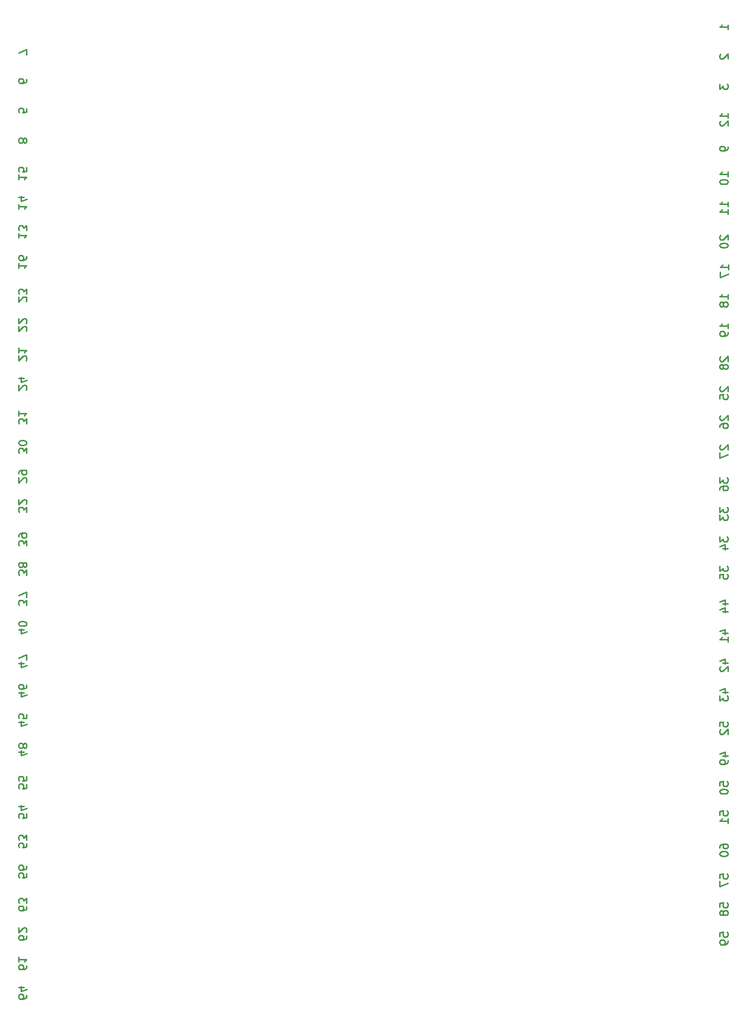
<source format=gbo>
G04 #@! TF.GenerationSoftware,KiCad,Pcbnew,5.1.5-52549c5~84~ubuntu18.04.1*
G04 #@! TF.CreationDate,2020-01-16T14:26:57+02:00*
G04 #@! TF.ProjectId,Hc595_Solenoid_Driver,48633539-355f-4536-9f6c-656e6f69645f,rev?*
G04 #@! TF.SameCoordinates,Original*
G04 #@! TF.FileFunction,Legend,Bot*
G04 #@! TF.FilePolarity,Positive*
%FSLAX46Y46*%
G04 Gerber Fmt 4.6, Leading zero omitted, Abs format (unit mm)*
G04 Created by KiCad (PCBNEW 5.1.5-52549c5~84~ubuntu18.04.1) date 2020-01-16 14:26:57*
%MOMM*%
%LPD*%
G04 APERTURE LIST*
%ADD10C,0.250000*%
G04 APERTURE END LIST*
D10*
X123333333Y-51900000D02*
X123333333Y-51100000D01*
X123333333Y-51500000D02*
X121933333Y-51500000D01*
X122133333Y-51366666D01*
X122266666Y-51233333D01*
X122333333Y-51100000D01*
X122066666Y-56200000D02*
X122000000Y-56266666D01*
X121933333Y-56400000D01*
X121933333Y-56733333D01*
X122000000Y-56866666D01*
X122066666Y-56933333D01*
X122200000Y-57000000D01*
X122333333Y-57000000D01*
X122533333Y-56933333D01*
X123333333Y-56133333D01*
X123333333Y-57000000D01*
X121933333Y-61333333D02*
X121933333Y-62200000D01*
X122466666Y-61733333D01*
X122466666Y-61933333D01*
X122533333Y-62066666D01*
X122600000Y-62133333D01*
X122733333Y-62200000D01*
X123066666Y-62200000D01*
X123200000Y-62133333D01*
X123266666Y-62066666D01*
X123333333Y-61933333D01*
X123333333Y-61533333D01*
X123266666Y-61400000D01*
X123200000Y-61333333D01*
X123333333Y-67233333D02*
X123333333Y-66433333D01*
X123333333Y-66833333D02*
X121933333Y-66833333D01*
X122133333Y-66700000D01*
X122266666Y-66566666D01*
X122333333Y-66433333D01*
X122066666Y-67766666D02*
X122000000Y-67833333D01*
X121933333Y-67966666D01*
X121933333Y-68300000D01*
X122000000Y-68433333D01*
X122066666Y-68500000D01*
X122200000Y-68566666D01*
X122333333Y-68566666D01*
X122533333Y-68500000D01*
X123333333Y-67700000D01*
X123333333Y-68566666D01*
X123333333Y-72233333D02*
X123333333Y-72500000D01*
X123266666Y-72633333D01*
X123200000Y-72700000D01*
X123000000Y-72833333D01*
X122733333Y-72900000D01*
X122200000Y-72900000D01*
X122066666Y-72833333D01*
X122000000Y-72766666D01*
X121933333Y-72633333D01*
X121933333Y-72366666D01*
X122000000Y-72233333D01*
X122066666Y-72166666D01*
X122200000Y-72100000D01*
X122533333Y-72100000D01*
X122666666Y-72166666D01*
X122733333Y-72233333D01*
X122800000Y-72366666D01*
X122800000Y-72633333D01*
X122733333Y-72766666D01*
X122666666Y-72833333D01*
X122533333Y-72900000D01*
X123333333Y-77333333D02*
X123333333Y-76533333D01*
X123333333Y-76933333D02*
X121933333Y-76933333D01*
X122133333Y-76800000D01*
X122266666Y-76666666D01*
X122333333Y-76533333D01*
X121933333Y-78200000D02*
X121933333Y-78333333D01*
X122000000Y-78466666D01*
X122066666Y-78533333D01*
X122200000Y-78600000D01*
X122466666Y-78666666D01*
X122800000Y-78666666D01*
X123066666Y-78600000D01*
X123200000Y-78533333D01*
X123266666Y-78466666D01*
X123333333Y-78333333D01*
X123333333Y-78200000D01*
X123266666Y-78066666D01*
X123200000Y-78000000D01*
X123066666Y-77933333D01*
X122800000Y-77866666D01*
X122466666Y-77866666D01*
X122200000Y-77933333D01*
X122066666Y-78000000D01*
X122000000Y-78066666D01*
X121933333Y-78200000D01*
X123333333Y-82533333D02*
X123333333Y-81733333D01*
X123333333Y-82133333D02*
X121933333Y-82133333D01*
X122133333Y-82000000D01*
X122266666Y-81866666D01*
X122333333Y-81733333D01*
X123333333Y-83866666D02*
X123333333Y-83066666D01*
X123333333Y-83466666D02*
X121933333Y-83466666D01*
X122133333Y-83333333D01*
X122266666Y-83200000D01*
X122333333Y-83066666D01*
X122066666Y-87533333D02*
X122000000Y-87600000D01*
X121933333Y-87733333D01*
X121933333Y-88066666D01*
X122000000Y-88200000D01*
X122066666Y-88266666D01*
X122200000Y-88333333D01*
X122333333Y-88333333D01*
X122533333Y-88266666D01*
X123333333Y-87466666D01*
X123333333Y-88333333D01*
X121933333Y-89200000D02*
X121933333Y-89333333D01*
X122000000Y-89466666D01*
X122066666Y-89533333D01*
X122200000Y-89600000D01*
X122466666Y-89666666D01*
X122800000Y-89666666D01*
X123066666Y-89600000D01*
X123200000Y-89533333D01*
X123266666Y-89466666D01*
X123333333Y-89333333D01*
X123333333Y-89200000D01*
X123266666Y-89066666D01*
X123200000Y-89000000D01*
X123066666Y-88933333D01*
X122800000Y-88866666D01*
X122466666Y-88866666D01*
X122200000Y-88933333D01*
X122066666Y-89000000D01*
X122000000Y-89066666D01*
X121933333Y-89200000D01*
X123433333Y-93433333D02*
X123433333Y-92633333D01*
X123433333Y-93033333D02*
X122033333Y-93033333D01*
X122233333Y-92900000D01*
X122366666Y-92766666D01*
X122433333Y-92633333D01*
X122033333Y-93900000D02*
X122033333Y-94833333D01*
X123433333Y-94233333D01*
X123333333Y-98533333D02*
X123333333Y-97733333D01*
X123333333Y-98133333D02*
X121933333Y-98133333D01*
X122133333Y-98000000D01*
X122266666Y-97866666D01*
X122333333Y-97733333D01*
X122533333Y-99333333D02*
X122466666Y-99200000D01*
X122400000Y-99133333D01*
X122266666Y-99066666D01*
X122200000Y-99066666D01*
X122066666Y-99133333D01*
X122000000Y-99200000D01*
X121933333Y-99333333D01*
X121933333Y-99600000D01*
X122000000Y-99733333D01*
X122066666Y-99800000D01*
X122200000Y-99866666D01*
X122266666Y-99866666D01*
X122400000Y-99800000D01*
X122466666Y-99733333D01*
X122533333Y-99600000D01*
X122533333Y-99333333D01*
X122600000Y-99200000D01*
X122666666Y-99133333D01*
X122800000Y-99066666D01*
X123066666Y-99066666D01*
X123200000Y-99133333D01*
X123266666Y-99200000D01*
X123333333Y-99333333D01*
X123333333Y-99600000D01*
X123266666Y-99733333D01*
X123200000Y-99800000D01*
X123066666Y-99866666D01*
X122800000Y-99866666D01*
X122666666Y-99800000D01*
X122600000Y-99733333D01*
X122533333Y-99600000D01*
X123333333Y-103633333D02*
X123333333Y-102833333D01*
X123333333Y-103233333D02*
X121933333Y-103233333D01*
X122133333Y-103100000D01*
X122266666Y-102966666D01*
X122333333Y-102833333D01*
X123333333Y-104300000D02*
X123333333Y-104566666D01*
X123266666Y-104700000D01*
X123200000Y-104766666D01*
X123000000Y-104900000D01*
X122733333Y-104966666D01*
X122200000Y-104966666D01*
X122066666Y-104900000D01*
X122000000Y-104833333D01*
X121933333Y-104700000D01*
X121933333Y-104433333D01*
X122000000Y-104300000D01*
X122066666Y-104233333D01*
X122200000Y-104166666D01*
X122533333Y-104166666D01*
X122666666Y-104233333D01*
X122733333Y-104300000D01*
X122800000Y-104433333D01*
X122800000Y-104700000D01*
X122733333Y-104833333D01*
X122666666Y-104900000D01*
X122533333Y-104966666D01*
X122066666Y-108533333D02*
X122000000Y-108600000D01*
X121933333Y-108733333D01*
X121933333Y-109066666D01*
X122000000Y-109200000D01*
X122066666Y-109266666D01*
X122200000Y-109333333D01*
X122333333Y-109333333D01*
X122533333Y-109266666D01*
X123333333Y-108466666D01*
X123333333Y-109333333D01*
X122533333Y-110133333D02*
X122466666Y-110000000D01*
X122400000Y-109933333D01*
X122266666Y-109866666D01*
X122200000Y-109866666D01*
X122066666Y-109933333D01*
X122000000Y-110000000D01*
X121933333Y-110133333D01*
X121933333Y-110400000D01*
X122000000Y-110533333D01*
X122066666Y-110600000D01*
X122200000Y-110666666D01*
X122266666Y-110666666D01*
X122400000Y-110600000D01*
X122466666Y-110533333D01*
X122533333Y-110400000D01*
X122533333Y-110133333D01*
X122600000Y-110000000D01*
X122666666Y-109933333D01*
X122800000Y-109866666D01*
X123066666Y-109866666D01*
X123200000Y-109933333D01*
X123266666Y-110000000D01*
X123333333Y-110133333D01*
X123333333Y-110400000D01*
X123266666Y-110533333D01*
X123200000Y-110600000D01*
X123066666Y-110666666D01*
X122800000Y-110666666D01*
X122666666Y-110600000D01*
X122600000Y-110533333D01*
X122533333Y-110400000D01*
X122066666Y-113733333D02*
X122000000Y-113800000D01*
X121933333Y-113933333D01*
X121933333Y-114266666D01*
X122000000Y-114400000D01*
X122066666Y-114466666D01*
X122200000Y-114533333D01*
X122333333Y-114533333D01*
X122533333Y-114466666D01*
X123333333Y-113666666D01*
X123333333Y-114533333D01*
X121933333Y-115800000D02*
X121933333Y-115133333D01*
X122600000Y-115066666D01*
X122533333Y-115133333D01*
X122466666Y-115266666D01*
X122466666Y-115600000D01*
X122533333Y-115733333D01*
X122600000Y-115800000D01*
X122733333Y-115866666D01*
X123066666Y-115866666D01*
X123200000Y-115800000D01*
X123266666Y-115733333D01*
X123333333Y-115600000D01*
X123333333Y-115266666D01*
X123266666Y-115133333D01*
X123200000Y-115066666D01*
X122066666Y-118733333D02*
X122000000Y-118800000D01*
X121933333Y-118933333D01*
X121933333Y-119266666D01*
X122000000Y-119400000D01*
X122066666Y-119466666D01*
X122200000Y-119533333D01*
X122333333Y-119533333D01*
X122533333Y-119466666D01*
X123333333Y-118666666D01*
X123333333Y-119533333D01*
X121933333Y-120733333D02*
X121933333Y-120466666D01*
X122000000Y-120333333D01*
X122066666Y-120266666D01*
X122266666Y-120133333D01*
X122533333Y-120066666D01*
X123066666Y-120066666D01*
X123200000Y-120133333D01*
X123266666Y-120200000D01*
X123333333Y-120333333D01*
X123333333Y-120600000D01*
X123266666Y-120733333D01*
X123200000Y-120800000D01*
X123066666Y-120866666D01*
X122733333Y-120866666D01*
X122600000Y-120800000D01*
X122533333Y-120733333D01*
X122466666Y-120600000D01*
X122466666Y-120333333D01*
X122533333Y-120200000D01*
X122600000Y-120133333D01*
X122733333Y-120066666D01*
X122066666Y-123833333D02*
X122000000Y-123900000D01*
X121933333Y-124033333D01*
X121933333Y-124366666D01*
X122000000Y-124500000D01*
X122066666Y-124566666D01*
X122200000Y-124633333D01*
X122333333Y-124633333D01*
X122533333Y-124566666D01*
X123333333Y-123766666D01*
X123333333Y-124633333D01*
X121933333Y-125100000D02*
X121933333Y-126033333D01*
X123333333Y-125433333D01*
X121933333Y-129466666D02*
X121933333Y-130333333D01*
X122466666Y-129866666D01*
X122466666Y-130066666D01*
X122533333Y-130200000D01*
X122600000Y-130266666D01*
X122733333Y-130333333D01*
X123066666Y-130333333D01*
X123200000Y-130266666D01*
X123266666Y-130200000D01*
X123333333Y-130066666D01*
X123333333Y-129666666D01*
X123266666Y-129533333D01*
X123200000Y-129466666D01*
X121933333Y-131533333D02*
X121933333Y-131266666D01*
X122000000Y-131133333D01*
X122066666Y-131066666D01*
X122266666Y-130933333D01*
X122533333Y-130866666D01*
X123066666Y-130866666D01*
X123200000Y-130933333D01*
X123266666Y-131000000D01*
X123333333Y-131133333D01*
X123333333Y-131400000D01*
X123266666Y-131533333D01*
X123200000Y-131600000D01*
X123066666Y-131666666D01*
X122733333Y-131666666D01*
X122600000Y-131600000D01*
X122533333Y-131533333D01*
X122466666Y-131400000D01*
X122466666Y-131133333D01*
X122533333Y-131000000D01*
X122600000Y-130933333D01*
X122733333Y-130866666D01*
X121933333Y-134566666D02*
X121933333Y-135433333D01*
X122466666Y-134966666D01*
X122466666Y-135166666D01*
X122533333Y-135300000D01*
X122600000Y-135366666D01*
X122733333Y-135433333D01*
X123066666Y-135433333D01*
X123200000Y-135366666D01*
X123266666Y-135300000D01*
X123333333Y-135166666D01*
X123333333Y-134766666D01*
X123266666Y-134633333D01*
X123200000Y-134566666D01*
X121933333Y-135900000D02*
X121933333Y-136766666D01*
X122466666Y-136300000D01*
X122466666Y-136500000D01*
X122533333Y-136633333D01*
X122600000Y-136700000D01*
X122733333Y-136766666D01*
X123066666Y-136766666D01*
X123200000Y-136700000D01*
X123266666Y-136633333D01*
X123333333Y-136500000D01*
X123333333Y-136100000D01*
X123266666Y-135966666D01*
X123200000Y-135900000D01*
X121933333Y-139666666D02*
X121933333Y-140533333D01*
X122466666Y-140066666D01*
X122466666Y-140266666D01*
X122533333Y-140400000D01*
X122600000Y-140466666D01*
X122733333Y-140533333D01*
X123066666Y-140533333D01*
X123200000Y-140466666D01*
X123266666Y-140400000D01*
X123333333Y-140266666D01*
X123333333Y-139866666D01*
X123266666Y-139733333D01*
X123200000Y-139666666D01*
X122400000Y-141733333D02*
X123333333Y-141733333D01*
X121866666Y-141400000D02*
X122866666Y-141066666D01*
X122866666Y-141933333D01*
X121933333Y-144766666D02*
X121933333Y-145633333D01*
X122466666Y-145166666D01*
X122466666Y-145366666D01*
X122533333Y-145500000D01*
X122600000Y-145566666D01*
X122733333Y-145633333D01*
X123066666Y-145633333D01*
X123200000Y-145566666D01*
X123266666Y-145500000D01*
X123333333Y-145366666D01*
X123333333Y-144966666D01*
X123266666Y-144833333D01*
X123200000Y-144766666D01*
X121933333Y-146900000D02*
X121933333Y-146233333D01*
X122600000Y-146166666D01*
X122533333Y-146233333D01*
X122466666Y-146366666D01*
X122466666Y-146700000D01*
X122533333Y-146833333D01*
X122600000Y-146900000D01*
X122733333Y-146966666D01*
X123066666Y-146966666D01*
X123200000Y-146900000D01*
X123266666Y-146833333D01*
X123333333Y-146700000D01*
X123333333Y-146366666D01*
X123266666Y-146233333D01*
X123200000Y-146166666D01*
X122400000Y-151300000D02*
X123333333Y-151300000D01*
X121866666Y-150966666D02*
X122866666Y-150633333D01*
X122866666Y-151500000D01*
X122400000Y-152633333D02*
X123333333Y-152633333D01*
X121866666Y-152300000D02*
X122866666Y-151966666D01*
X122866666Y-152833333D01*
X122400000Y-156400000D02*
X123333333Y-156400000D01*
X121866666Y-156066666D02*
X122866666Y-155733333D01*
X122866666Y-156600000D01*
X123333333Y-157866666D02*
X123333333Y-157066666D01*
X123333333Y-157466666D02*
X121933333Y-157466666D01*
X122133333Y-157333333D01*
X122266666Y-157200000D01*
X122333333Y-157066666D01*
X122400000Y-161500000D02*
X123333333Y-161500000D01*
X121866666Y-161166666D02*
X122866666Y-160833333D01*
X122866666Y-161700000D01*
X122066666Y-162166666D02*
X122000000Y-162233333D01*
X121933333Y-162366666D01*
X121933333Y-162700000D01*
X122000000Y-162833333D01*
X122066666Y-162900000D01*
X122200000Y-162966666D01*
X122333333Y-162966666D01*
X122533333Y-162900000D01*
X123333333Y-162100000D01*
X123333333Y-162966666D01*
X122400000Y-166600000D02*
X123333333Y-166600000D01*
X121866666Y-166266666D02*
X122866666Y-165933333D01*
X122866666Y-166800000D01*
X121933333Y-167200000D02*
X121933333Y-168066666D01*
X122466666Y-167600000D01*
X122466666Y-167800000D01*
X122533333Y-167933333D01*
X122600000Y-168000000D01*
X122733333Y-168066666D01*
X123066666Y-168066666D01*
X123200000Y-168000000D01*
X123266666Y-167933333D01*
X123333333Y-167800000D01*
X123333333Y-167400000D01*
X123266666Y-167266666D01*
X123200000Y-167200000D01*
X121933333Y-172466666D02*
X121933333Y-171800000D01*
X122600000Y-171733333D01*
X122533333Y-171800000D01*
X122466666Y-171933333D01*
X122466666Y-172266666D01*
X122533333Y-172400000D01*
X122600000Y-172466666D01*
X122733333Y-172533333D01*
X123066666Y-172533333D01*
X123200000Y-172466666D01*
X123266666Y-172400000D01*
X123333333Y-172266666D01*
X123333333Y-171933333D01*
X123266666Y-171800000D01*
X123200000Y-171733333D01*
X122066666Y-173066666D02*
X122000000Y-173133333D01*
X121933333Y-173266666D01*
X121933333Y-173600000D01*
X122000000Y-173733333D01*
X122066666Y-173800000D01*
X122200000Y-173866666D01*
X122333333Y-173866666D01*
X122533333Y-173800000D01*
X123333333Y-173000000D01*
X123333333Y-173866666D01*
X122400000Y-177600000D02*
X123333333Y-177600000D01*
X121866666Y-177266666D02*
X122866666Y-176933333D01*
X122866666Y-177800000D01*
X123333333Y-178400000D02*
X123333333Y-178666666D01*
X123266666Y-178800000D01*
X123200000Y-178866666D01*
X123000000Y-179000000D01*
X122733333Y-179066666D01*
X122200000Y-179066666D01*
X122066666Y-179000000D01*
X122000000Y-178933333D01*
X121933333Y-178800000D01*
X121933333Y-178533333D01*
X122000000Y-178400000D01*
X122066666Y-178333333D01*
X122200000Y-178266666D01*
X122533333Y-178266666D01*
X122666666Y-178333333D01*
X122733333Y-178400000D01*
X122800000Y-178533333D01*
X122800000Y-178800000D01*
X122733333Y-178933333D01*
X122666666Y-179000000D01*
X122533333Y-179066666D01*
X121933333Y-182766666D02*
X121933333Y-182100000D01*
X122600000Y-182033333D01*
X122533333Y-182100000D01*
X122466666Y-182233333D01*
X122466666Y-182566666D01*
X122533333Y-182700000D01*
X122600000Y-182766666D01*
X122733333Y-182833333D01*
X123066666Y-182833333D01*
X123200000Y-182766666D01*
X123266666Y-182700000D01*
X123333333Y-182566666D01*
X123333333Y-182233333D01*
X123266666Y-182100000D01*
X123200000Y-182033333D01*
X121933333Y-183700000D02*
X121933333Y-183833333D01*
X122000000Y-183966666D01*
X122066666Y-184033333D01*
X122200000Y-184100000D01*
X122466666Y-184166666D01*
X122800000Y-184166666D01*
X123066666Y-184100000D01*
X123200000Y-184033333D01*
X123266666Y-183966666D01*
X123333333Y-183833333D01*
X123333333Y-183700000D01*
X123266666Y-183566666D01*
X123200000Y-183500000D01*
X123066666Y-183433333D01*
X122800000Y-183366666D01*
X122466666Y-183366666D01*
X122200000Y-183433333D01*
X122066666Y-183500000D01*
X122000000Y-183566666D01*
X121933333Y-183700000D01*
X121933333Y-187866666D02*
X121933333Y-187200000D01*
X122600000Y-187133333D01*
X122533333Y-187200000D01*
X122466666Y-187333333D01*
X122466666Y-187666666D01*
X122533333Y-187800000D01*
X122600000Y-187866666D01*
X122733333Y-187933333D01*
X123066666Y-187933333D01*
X123200000Y-187866666D01*
X123266666Y-187800000D01*
X123333333Y-187666666D01*
X123333333Y-187333333D01*
X123266666Y-187200000D01*
X123200000Y-187133333D01*
X123333333Y-189266666D02*
X123333333Y-188466666D01*
X123333333Y-188866666D02*
X121933333Y-188866666D01*
X122133333Y-188733333D01*
X122266666Y-188600000D01*
X122333333Y-188466666D01*
X121933333Y-193500000D02*
X121933333Y-193233333D01*
X122000000Y-193100000D01*
X122066666Y-193033333D01*
X122266666Y-192900000D01*
X122533333Y-192833333D01*
X123066666Y-192833333D01*
X123200000Y-192900000D01*
X123266666Y-192966666D01*
X123333333Y-193100000D01*
X123333333Y-193366666D01*
X123266666Y-193500000D01*
X123200000Y-193566666D01*
X123066666Y-193633333D01*
X122733333Y-193633333D01*
X122600000Y-193566666D01*
X122533333Y-193500000D01*
X122466666Y-193366666D01*
X122466666Y-193100000D01*
X122533333Y-192966666D01*
X122600000Y-192900000D01*
X122733333Y-192833333D01*
X121933333Y-194500000D02*
X121933333Y-194633333D01*
X122000000Y-194766666D01*
X122066666Y-194833333D01*
X122200000Y-194900000D01*
X122466666Y-194966666D01*
X122800000Y-194966666D01*
X123066666Y-194900000D01*
X123200000Y-194833333D01*
X123266666Y-194766666D01*
X123333333Y-194633333D01*
X123333333Y-194500000D01*
X123266666Y-194366666D01*
X123200000Y-194300000D01*
X123066666Y-194233333D01*
X122800000Y-194166666D01*
X122466666Y-194166666D01*
X122200000Y-194233333D01*
X122066666Y-194300000D01*
X122000000Y-194366666D01*
X121933333Y-194500000D01*
X121933333Y-198766666D02*
X121933333Y-198100000D01*
X122600000Y-198033333D01*
X122533333Y-198100000D01*
X122466666Y-198233333D01*
X122466666Y-198566666D01*
X122533333Y-198700000D01*
X122600000Y-198766666D01*
X122733333Y-198833333D01*
X123066666Y-198833333D01*
X123200000Y-198766666D01*
X123266666Y-198700000D01*
X123333333Y-198566666D01*
X123333333Y-198233333D01*
X123266666Y-198100000D01*
X123200000Y-198033333D01*
X121933333Y-199300000D02*
X121933333Y-200233333D01*
X123333333Y-199633333D01*
X121933333Y-203766666D02*
X121933333Y-203100000D01*
X122600000Y-203033333D01*
X122533333Y-203100000D01*
X122466666Y-203233333D01*
X122466666Y-203566666D01*
X122533333Y-203700000D01*
X122600000Y-203766666D01*
X122733333Y-203833333D01*
X123066666Y-203833333D01*
X123200000Y-203766666D01*
X123266666Y-203700000D01*
X123333333Y-203566666D01*
X123333333Y-203233333D01*
X123266666Y-203100000D01*
X123200000Y-203033333D01*
X122533333Y-204633333D02*
X122466666Y-204500000D01*
X122400000Y-204433333D01*
X122266666Y-204366666D01*
X122200000Y-204366666D01*
X122066666Y-204433333D01*
X122000000Y-204500000D01*
X121933333Y-204633333D01*
X121933333Y-204900000D01*
X122000000Y-205033333D01*
X122066666Y-205100000D01*
X122200000Y-205166666D01*
X122266666Y-205166666D01*
X122400000Y-205100000D01*
X122466666Y-205033333D01*
X122533333Y-204900000D01*
X122533333Y-204633333D01*
X122600000Y-204500000D01*
X122666666Y-204433333D01*
X122800000Y-204366666D01*
X123066666Y-204366666D01*
X123200000Y-204433333D01*
X123266666Y-204500000D01*
X123333333Y-204633333D01*
X123333333Y-204900000D01*
X123266666Y-205033333D01*
X123200000Y-205100000D01*
X123066666Y-205166666D01*
X122800000Y-205166666D01*
X122666666Y-205100000D01*
X122600000Y-205033333D01*
X122533333Y-204900000D01*
X121933333Y-208866666D02*
X121933333Y-208200000D01*
X122600000Y-208133333D01*
X122533333Y-208200000D01*
X122466666Y-208333333D01*
X122466666Y-208666666D01*
X122533333Y-208800000D01*
X122600000Y-208866666D01*
X122733333Y-208933333D01*
X123066666Y-208933333D01*
X123200000Y-208866666D01*
X123266666Y-208800000D01*
X123333333Y-208666666D01*
X123333333Y-208333333D01*
X123266666Y-208200000D01*
X123200000Y-208133333D01*
X123333333Y-209600000D02*
X123333333Y-209866666D01*
X123266666Y-210000000D01*
X123200000Y-210066666D01*
X123000000Y-210200000D01*
X122733333Y-210266666D01*
X122200000Y-210266666D01*
X122066666Y-210200000D01*
X122000000Y-210133333D01*
X121933333Y-210000000D01*
X121933333Y-209733333D01*
X122000000Y-209600000D01*
X122066666Y-209533333D01*
X122200000Y-209466666D01*
X122533333Y-209466666D01*
X122666666Y-209533333D01*
X122733333Y-209600000D01*
X122800000Y-209733333D01*
X122800000Y-210000000D01*
X122733333Y-210133333D01*
X122666666Y-210200000D01*
X122533333Y-210266666D01*
X1966666Y-219000000D02*
X1966666Y-219266666D01*
X1900000Y-219400000D01*
X1833333Y-219466666D01*
X1633333Y-219600000D01*
X1366666Y-219666666D01*
X833333Y-219666666D01*
X699999Y-219600000D01*
X633333Y-219533333D01*
X566666Y-219400000D01*
X566666Y-219133333D01*
X633333Y-219000000D01*
X700000Y-218933333D01*
X833333Y-218866666D01*
X1166666Y-218866666D01*
X1300000Y-218933333D01*
X1366666Y-219000000D01*
X1433333Y-219133333D01*
X1433333Y-219400000D01*
X1366666Y-219533333D01*
X1299999Y-219600000D01*
X1166666Y-219666666D01*
X1500000Y-217666666D02*
X566666Y-217666666D01*
X2033333Y-218000000D02*
X1033333Y-218333333D01*
X1033333Y-217466666D01*
X1966666Y-213900000D02*
X1966666Y-214166666D01*
X1900000Y-214300000D01*
X1833333Y-214366666D01*
X1633333Y-214500000D01*
X1366666Y-214566666D01*
X833333Y-214566666D01*
X699999Y-214500000D01*
X633333Y-214433333D01*
X566666Y-214300000D01*
X566666Y-214033333D01*
X633333Y-213900000D01*
X700000Y-213833333D01*
X833333Y-213766666D01*
X1166666Y-213766666D01*
X1300000Y-213833333D01*
X1366666Y-213900000D01*
X1433333Y-214033333D01*
X1433333Y-214300000D01*
X1366666Y-214433333D01*
X1299999Y-214500000D01*
X1166666Y-214566666D01*
X566666Y-212433333D02*
X566666Y-213233333D01*
X566666Y-212833333D02*
X1966666Y-212833333D01*
X1766666Y-212966666D01*
X1633333Y-213100000D01*
X1566666Y-213233333D01*
X1966666Y-208800000D02*
X1966666Y-209066666D01*
X1900000Y-209200000D01*
X1833333Y-209266666D01*
X1633333Y-209400000D01*
X1366666Y-209466666D01*
X833333Y-209466666D01*
X699999Y-209400000D01*
X633333Y-209333333D01*
X566666Y-209200000D01*
X566666Y-208933333D01*
X633333Y-208800000D01*
X700000Y-208733333D01*
X833333Y-208666666D01*
X1166666Y-208666666D01*
X1300000Y-208733333D01*
X1366666Y-208800000D01*
X1433333Y-208933333D01*
X1433333Y-209200000D01*
X1366666Y-209333333D01*
X1299999Y-209400000D01*
X1166666Y-209466666D01*
X1833333Y-208133333D02*
X1900000Y-208066666D01*
X1966666Y-207933333D01*
X1966666Y-207600000D01*
X1900000Y-207466666D01*
X1833333Y-207400000D01*
X1700000Y-207333333D01*
X1566666Y-207333333D01*
X1366666Y-207400000D01*
X566666Y-208200000D01*
X566666Y-207333333D01*
X1966666Y-203700000D02*
X1966666Y-203966666D01*
X1900000Y-204100000D01*
X1833333Y-204166666D01*
X1633333Y-204300000D01*
X1366666Y-204366666D01*
X833333Y-204366666D01*
X699999Y-204300000D01*
X633333Y-204233333D01*
X566666Y-204100000D01*
X566666Y-203833333D01*
X633333Y-203700000D01*
X700000Y-203633333D01*
X833333Y-203566666D01*
X1166666Y-203566666D01*
X1300000Y-203633333D01*
X1366666Y-203700000D01*
X1433333Y-203833333D01*
X1433333Y-204100000D01*
X1366666Y-204233333D01*
X1299999Y-204300000D01*
X1166666Y-204366666D01*
X1966666Y-203100000D02*
X1966666Y-202233333D01*
X1433333Y-202700000D01*
X1433333Y-202500000D01*
X1366666Y-202366666D01*
X1300000Y-202300000D01*
X1166666Y-202233333D01*
X833333Y-202233333D01*
X700000Y-202300000D01*
X633333Y-202366666D01*
X566666Y-202500000D01*
X566666Y-202900000D01*
X633333Y-203033333D01*
X700000Y-203100000D01*
X1966666Y-197933333D02*
X1966666Y-198600000D01*
X1299999Y-198666666D01*
X1366666Y-198600000D01*
X1433333Y-198466666D01*
X1433333Y-198133333D01*
X1366666Y-198000000D01*
X1300000Y-197933333D01*
X1166666Y-197866666D01*
X833333Y-197866666D01*
X700000Y-197933333D01*
X633333Y-198000000D01*
X566666Y-198133333D01*
X566666Y-198466666D01*
X633333Y-198600000D01*
X699999Y-198666666D01*
X1966666Y-196666666D02*
X1966666Y-196933333D01*
X1900000Y-197066666D01*
X1833333Y-197133333D01*
X1633333Y-197266666D01*
X1366666Y-197333333D01*
X833333Y-197333333D01*
X700000Y-197266666D01*
X633333Y-197200000D01*
X566666Y-197066666D01*
X566666Y-196800000D01*
X633333Y-196666666D01*
X700000Y-196600000D01*
X833333Y-196533333D01*
X1166666Y-196533333D01*
X1300000Y-196600000D01*
X1366666Y-196666666D01*
X1433333Y-196800000D01*
X1433333Y-197066666D01*
X1366666Y-197200000D01*
X1300000Y-197266666D01*
X1166666Y-197333333D01*
X1966666Y-192733333D02*
X1966666Y-193400000D01*
X1299999Y-193466666D01*
X1366666Y-193400000D01*
X1433333Y-193266666D01*
X1433333Y-192933333D01*
X1366666Y-192800000D01*
X1300000Y-192733333D01*
X1166666Y-192666666D01*
X833333Y-192666666D01*
X700000Y-192733333D01*
X633333Y-192800000D01*
X566666Y-192933333D01*
X566666Y-193266666D01*
X633333Y-193400000D01*
X699999Y-193466666D01*
X1966666Y-192200000D02*
X1966666Y-191333333D01*
X1433333Y-191800000D01*
X1433333Y-191600000D01*
X1366666Y-191466666D01*
X1300000Y-191400000D01*
X1166666Y-191333333D01*
X833333Y-191333333D01*
X700000Y-191400000D01*
X633333Y-191466666D01*
X566666Y-191600000D01*
X566666Y-192000000D01*
X633333Y-192133333D01*
X700000Y-192200000D01*
X1966666Y-187633333D02*
X1966666Y-188300000D01*
X1299999Y-188366666D01*
X1366666Y-188300000D01*
X1433333Y-188166666D01*
X1433333Y-187833333D01*
X1366666Y-187700000D01*
X1300000Y-187633333D01*
X1166666Y-187566666D01*
X833333Y-187566666D01*
X700000Y-187633333D01*
X633333Y-187700000D01*
X566666Y-187833333D01*
X566666Y-188166666D01*
X633333Y-188300000D01*
X699999Y-188366666D01*
X1500000Y-186366666D02*
X566666Y-186366666D01*
X2033333Y-186700000D02*
X1033333Y-187033333D01*
X1033333Y-186166666D01*
X1966666Y-182533333D02*
X1966666Y-183200000D01*
X1299999Y-183266666D01*
X1366666Y-183200000D01*
X1433333Y-183066666D01*
X1433333Y-182733333D01*
X1366666Y-182600000D01*
X1300000Y-182533333D01*
X1166666Y-182466666D01*
X833333Y-182466666D01*
X700000Y-182533333D01*
X633333Y-182600000D01*
X566666Y-182733333D01*
X566666Y-183066666D01*
X633333Y-183200000D01*
X699999Y-183266666D01*
X1966666Y-181200000D02*
X1966666Y-181866666D01*
X1300000Y-181933333D01*
X1366666Y-181866666D01*
X1433333Y-181733333D01*
X1433333Y-181400000D01*
X1366666Y-181266666D01*
X1300000Y-181200000D01*
X1166666Y-181133333D01*
X833333Y-181133333D01*
X700000Y-181200000D01*
X633333Y-181266666D01*
X566666Y-181400000D01*
X566666Y-181733333D01*
X633333Y-181866666D01*
X700000Y-181933333D01*
X1500000Y-176900000D02*
X566666Y-176900000D01*
X2033333Y-177233333D02*
X1033333Y-177566666D01*
X1033333Y-176700000D01*
X1366666Y-175966666D02*
X1433333Y-176100000D01*
X1500000Y-176166666D01*
X1633333Y-176233333D01*
X1700000Y-176233333D01*
X1833333Y-176166666D01*
X1900000Y-176100000D01*
X1966666Y-175966666D01*
X1966666Y-175700000D01*
X1900000Y-175566666D01*
X1833333Y-175500000D01*
X1700000Y-175433333D01*
X1633333Y-175433333D01*
X1500000Y-175500000D01*
X1433333Y-175566666D01*
X1366666Y-175700000D01*
X1366666Y-175966666D01*
X1300000Y-176100000D01*
X1233333Y-176166666D01*
X1100000Y-176233333D01*
X833333Y-176233333D01*
X700000Y-176166666D01*
X633333Y-176100000D01*
X566666Y-175966666D01*
X566666Y-175700000D01*
X633333Y-175566666D01*
X700000Y-175500000D01*
X833333Y-175433333D01*
X1100000Y-175433333D01*
X1233333Y-175500000D01*
X1300000Y-175566666D01*
X1366666Y-175700000D01*
X1500000Y-171800000D02*
X566666Y-171800000D01*
X2033333Y-172133333D02*
X1033333Y-172466666D01*
X1033333Y-171600000D01*
X1966666Y-170400000D02*
X1966666Y-171066666D01*
X1300000Y-171133333D01*
X1366666Y-171066666D01*
X1433333Y-170933333D01*
X1433333Y-170600000D01*
X1366666Y-170466666D01*
X1300000Y-170400000D01*
X1166666Y-170333333D01*
X833333Y-170333333D01*
X700000Y-170400000D01*
X633333Y-170466666D01*
X566666Y-170600000D01*
X566666Y-170933333D01*
X633333Y-171066666D01*
X700000Y-171133333D01*
X1500000Y-166700000D02*
X566666Y-166700000D01*
X2033333Y-167033333D02*
X1033333Y-167366666D01*
X1033333Y-166500000D01*
X1966666Y-165366666D02*
X1966666Y-165633333D01*
X1900000Y-165766666D01*
X1833333Y-165833333D01*
X1633333Y-165966666D01*
X1366666Y-166033333D01*
X833333Y-166033333D01*
X700000Y-165966666D01*
X633333Y-165900000D01*
X566666Y-165766666D01*
X566666Y-165500000D01*
X633333Y-165366666D01*
X700000Y-165300000D01*
X833333Y-165233333D01*
X1166666Y-165233333D01*
X1300000Y-165300000D01*
X1366666Y-165366666D01*
X1433333Y-165500000D01*
X1433333Y-165766666D01*
X1366666Y-165900000D01*
X1300000Y-165966666D01*
X1166666Y-166033333D01*
X1500000Y-161600000D02*
X566666Y-161600000D01*
X2033333Y-161933333D02*
X1033333Y-162266666D01*
X1033333Y-161400000D01*
X1966666Y-161000000D02*
X1966666Y-160066666D01*
X566666Y-160666666D01*
X1500000Y-155800000D02*
X566666Y-155800000D01*
X2033333Y-156133333D02*
X1033333Y-156466666D01*
X1033333Y-155600000D01*
X1966666Y-154800000D02*
X1966666Y-154666666D01*
X1900000Y-154533333D01*
X1833333Y-154466666D01*
X1700000Y-154400000D01*
X1433333Y-154333333D01*
X1100000Y-154333333D01*
X833333Y-154400000D01*
X700000Y-154466666D01*
X633333Y-154533333D01*
X566666Y-154666666D01*
X566666Y-154800000D01*
X633333Y-154933333D01*
X700000Y-155000000D01*
X833333Y-155066666D01*
X1100000Y-155133333D01*
X1433333Y-155133333D01*
X1700000Y-155066666D01*
X1833333Y-155000000D01*
X1900000Y-154933333D01*
X1966666Y-154800000D01*
X1966666Y-151533333D02*
X1966666Y-150666666D01*
X1433333Y-151133333D01*
X1433333Y-150933333D01*
X1366666Y-150800000D01*
X1300000Y-150733333D01*
X1166666Y-150666666D01*
X833333Y-150666666D01*
X700000Y-150733333D01*
X633333Y-150800000D01*
X566666Y-150933333D01*
X566666Y-151333333D01*
X633333Y-151466666D01*
X699999Y-151533333D01*
X1966666Y-150200000D02*
X1966666Y-149266666D01*
X566666Y-149866666D01*
X1966666Y-146333333D02*
X1966666Y-145466666D01*
X1433333Y-145933333D01*
X1433333Y-145733333D01*
X1366666Y-145600000D01*
X1300000Y-145533333D01*
X1166666Y-145466666D01*
X833333Y-145466666D01*
X700000Y-145533333D01*
X633333Y-145600000D01*
X566666Y-145733333D01*
X566666Y-146133333D01*
X633333Y-146266666D01*
X699999Y-146333333D01*
X1366666Y-144666666D02*
X1433333Y-144800000D01*
X1500000Y-144866666D01*
X1633333Y-144933333D01*
X1700000Y-144933333D01*
X1833333Y-144866666D01*
X1900000Y-144800000D01*
X1966666Y-144666666D01*
X1966666Y-144400000D01*
X1900000Y-144266666D01*
X1833333Y-144200000D01*
X1700000Y-144133333D01*
X1633333Y-144133333D01*
X1500000Y-144200000D01*
X1433333Y-144266666D01*
X1366666Y-144400000D01*
X1366666Y-144666666D01*
X1300000Y-144800000D01*
X1233333Y-144866666D01*
X1100000Y-144933333D01*
X833333Y-144933333D01*
X700000Y-144866666D01*
X633333Y-144800000D01*
X566666Y-144666666D01*
X566666Y-144400000D01*
X633333Y-144266666D01*
X700000Y-144200000D01*
X833333Y-144133333D01*
X1100000Y-144133333D01*
X1233333Y-144200000D01*
X1300000Y-144266666D01*
X1366666Y-144400000D01*
X1966666Y-141233333D02*
X1966666Y-140366666D01*
X1433333Y-140833333D01*
X1433333Y-140633333D01*
X1366666Y-140500000D01*
X1300000Y-140433333D01*
X1166666Y-140366666D01*
X833333Y-140366666D01*
X700000Y-140433333D01*
X633333Y-140500000D01*
X566666Y-140633333D01*
X566666Y-141033333D01*
X633333Y-141166666D01*
X699999Y-141233333D01*
X566666Y-139700000D02*
X566666Y-139433333D01*
X633333Y-139300000D01*
X700000Y-139233333D01*
X900000Y-139100000D01*
X1166666Y-139033333D01*
X1700000Y-139033333D01*
X1833333Y-139100000D01*
X1900000Y-139166666D01*
X1966666Y-139300000D01*
X1966666Y-139566666D01*
X1900000Y-139700000D01*
X1833333Y-139766666D01*
X1700000Y-139833333D01*
X1366666Y-139833333D01*
X1233333Y-139766666D01*
X1166666Y-139700000D01*
X1100000Y-139566666D01*
X1100000Y-139300000D01*
X1166666Y-139166666D01*
X1233333Y-139100000D01*
X1366666Y-139033333D01*
X1966666Y-135433333D02*
X1966666Y-134566666D01*
X1433333Y-135033333D01*
X1433333Y-134833333D01*
X1366666Y-134700000D01*
X1300000Y-134633333D01*
X1166666Y-134566666D01*
X833333Y-134566666D01*
X700000Y-134633333D01*
X633333Y-134700000D01*
X566666Y-134833333D01*
X566666Y-135233333D01*
X633333Y-135366666D01*
X699999Y-135433333D01*
X1833333Y-134033333D02*
X1900000Y-133966666D01*
X1966666Y-133833333D01*
X1966666Y-133500000D01*
X1900000Y-133366666D01*
X1833333Y-133300000D01*
X1700000Y-133233333D01*
X1566666Y-133233333D01*
X1366666Y-133300000D01*
X566666Y-134100000D01*
X566666Y-133233333D01*
X1833333Y-130266666D02*
X1899999Y-130200000D01*
X1966666Y-130066666D01*
X1966666Y-129733333D01*
X1900000Y-129600000D01*
X1833333Y-129533333D01*
X1700000Y-129466666D01*
X1566666Y-129466666D01*
X1366666Y-129533333D01*
X566666Y-130333333D01*
X566666Y-129466666D01*
X566666Y-128800000D02*
X566666Y-128533333D01*
X633333Y-128400000D01*
X700000Y-128333333D01*
X900000Y-128200000D01*
X1166666Y-128133333D01*
X1700000Y-128133333D01*
X1833333Y-128200000D01*
X1900000Y-128266666D01*
X1966666Y-128400000D01*
X1966666Y-128666666D01*
X1900000Y-128800000D01*
X1833333Y-128866666D01*
X1700000Y-128933333D01*
X1366666Y-128933333D01*
X1233333Y-128866666D01*
X1166666Y-128800000D01*
X1100000Y-128666666D01*
X1100000Y-128400000D01*
X1166666Y-128266666D01*
X1233333Y-128200000D01*
X1366666Y-128133333D01*
X1966666Y-125233333D02*
X1966666Y-124366666D01*
X1433333Y-124833333D01*
X1433333Y-124633333D01*
X1366666Y-124500000D01*
X1300000Y-124433333D01*
X1166666Y-124366666D01*
X833333Y-124366666D01*
X700000Y-124433333D01*
X633333Y-124500000D01*
X566666Y-124633333D01*
X566666Y-125033333D01*
X633333Y-125166666D01*
X699999Y-125233333D01*
X1966666Y-123500000D02*
X1966666Y-123366666D01*
X1900000Y-123233333D01*
X1833333Y-123166666D01*
X1700000Y-123100000D01*
X1433333Y-123033333D01*
X1100000Y-123033333D01*
X833333Y-123100000D01*
X700000Y-123166666D01*
X633333Y-123233333D01*
X566666Y-123366666D01*
X566666Y-123500000D01*
X633333Y-123633333D01*
X700000Y-123700000D01*
X833333Y-123766666D01*
X1100000Y-123833333D01*
X1433333Y-123833333D01*
X1700000Y-123766666D01*
X1833333Y-123700000D01*
X1900000Y-123633333D01*
X1966666Y-123500000D01*
X1966666Y-120133333D02*
X1966666Y-119266666D01*
X1433333Y-119733333D01*
X1433333Y-119533333D01*
X1366666Y-119400000D01*
X1300000Y-119333333D01*
X1166666Y-119266666D01*
X833333Y-119266666D01*
X700000Y-119333333D01*
X633333Y-119400000D01*
X566666Y-119533333D01*
X566666Y-119933333D01*
X633333Y-120066666D01*
X699999Y-120133333D01*
X566666Y-117933333D02*
X566666Y-118733333D01*
X566666Y-118333333D02*
X1966666Y-118333333D01*
X1766666Y-118466666D01*
X1633333Y-118600000D01*
X1566666Y-118733333D01*
X1833333Y-114266666D02*
X1899999Y-114200000D01*
X1966666Y-114066666D01*
X1966666Y-113733333D01*
X1900000Y-113600000D01*
X1833333Y-113533333D01*
X1700000Y-113466666D01*
X1566666Y-113466666D01*
X1366666Y-113533333D01*
X566666Y-114333333D01*
X566666Y-113466666D01*
X1500000Y-112266666D02*
X566666Y-112266666D01*
X2033333Y-112600000D02*
X1033333Y-112933333D01*
X1033333Y-112066666D01*
X1833333Y-109166666D02*
X1899999Y-109100000D01*
X1966666Y-108966666D01*
X1966666Y-108633333D01*
X1900000Y-108500000D01*
X1833333Y-108433333D01*
X1700000Y-108366666D01*
X1566666Y-108366666D01*
X1366666Y-108433333D01*
X566666Y-109233333D01*
X566666Y-108366666D01*
X566666Y-107033333D02*
X566666Y-107833333D01*
X566666Y-107433333D02*
X1966666Y-107433333D01*
X1766666Y-107566666D01*
X1633333Y-107700000D01*
X1566666Y-107833333D01*
X1833333Y-104066666D02*
X1899999Y-104000000D01*
X1966666Y-103866666D01*
X1966666Y-103533333D01*
X1900000Y-103400000D01*
X1833333Y-103333333D01*
X1700000Y-103266666D01*
X1566666Y-103266666D01*
X1366666Y-103333333D01*
X566666Y-104133333D01*
X566666Y-103266666D01*
X1833333Y-102733333D02*
X1900000Y-102666666D01*
X1966666Y-102533333D01*
X1966666Y-102200000D01*
X1900000Y-102066666D01*
X1833333Y-102000000D01*
X1700000Y-101933333D01*
X1566666Y-101933333D01*
X1366666Y-102000000D01*
X566666Y-102800000D01*
X566666Y-101933333D01*
X1833333Y-98966666D02*
X1899999Y-98900000D01*
X1966666Y-98766666D01*
X1966666Y-98433333D01*
X1900000Y-98300000D01*
X1833333Y-98233333D01*
X1700000Y-98166666D01*
X1566666Y-98166666D01*
X1366666Y-98233333D01*
X566666Y-99033333D01*
X566666Y-98166666D01*
X1966666Y-97700000D02*
X1966666Y-96833333D01*
X1433333Y-97300000D01*
X1433333Y-97100000D01*
X1366666Y-96966666D01*
X1300000Y-96900000D01*
X1166666Y-96833333D01*
X833333Y-96833333D01*
X700000Y-96900000D01*
X633333Y-96966666D01*
X566666Y-97100000D01*
X566666Y-97500000D01*
X633333Y-97633333D01*
X700000Y-97700000D01*
X566666Y-92366666D02*
X566666Y-93166666D01*
X566666Y-92766666D02*
X1966666Y-92766666D01*
X1766666Y-92900000D01*
X1633333Y-93033333D01*
X1566666Y-93166666D01*
X1966666Y-91166666D02*
X1966666Y-91433333D01*
X1900000Y-91566666D01*
X1833333Y-91633333D01*
X1633333Y-91766666D01*
X1366666Y-91833333D01*
X833333Y-91833333D01*
X700000Y-91766666D01*
X633333Y-91700000D01*
X566666Y-91566666D01*
X566666Y-91300000D01*
X633333Y-91166666D01*
X700000Y-91100000D01*
X833333Y-91033333D01*
X1166666Y-91033333D01*
X1300000Y-91100000D01*
X1366666Y-91166666D01*
X1433333Y-91300000D01*
X1433333Y-91566666D01*
X1366666Y-91700000D01*
X1300000Y-91766666D01*
X1166666Y-91833333D01*
X566666Y-87166666D02*
X566666Y-87966666D01*
X566666Y-87566666D02*
X1966666Y-87566666D01*
X1766666Y-87700000D01*
X1633333Y-87833333D01*
X1566666Y-87966666D01*
X1966666Y-86700000D02*
X1966666Y-85833333D01*
X1433333Y-86300000D01*
X1433333Y-86100000D01*
X1366666Y-85966666D01*
X1300000Y-85900000D01*
X1166666Y-85833333D01*
X833333Y-85833333D01*
X700000Y-85900000D01*
X633333Y-85966666D01*
X566666Y-86100000D01*
X566666Y-86500000D01*
X633333Y-86633333D01*
X700000Y-86700000D01*
X566666Y-82166666D02*
X566666Y-82966666D01*
X566666Y-82566666D02*
X1966666Y-82566666D01*
X1766666Y-82700000D01*
X1633333Y-82833333D01*
X1566666Y-82966666D01*
X1500000Y-80966666D02*
X566666Y-80966666D01*
X2033333Y-81300000D02*
X1033333Y-81633333D01*
X1033333Y-80766666D01*
X566666Y-77066666D02*
X566666Y-77866666D01*
X566666Y-77466666D02*
X1966666Y-77466666D01*
X1766666Y-77600000D01*
X1633333Y-77733333D01*
X1566666Y-77866666D01*
X1966666Y-75800000D02*
X1966666Y-76466666D01*
X1300000Y-76533333D01*
X1366666Y-76466666D01*
X1433333Y-76333333D01*
X1433333Y-76000000D01*
X1366666Y-75866666D01*
X1300000Y-75800000D01*
X1166666Y-75733333D01*
X833333Y-75733333D01*
X700000Y-75800000D01*
X633333Y-75866666D01*
X566666Y-76000000D01*
X566666Y-76333333D01*
X633333Y-76466666D01*
X700000Y-76533333D01*
X1366666Y-71233333D02*
X1433333Y-71366666D01*
X1500000Y-71433333D01*
X1633333Y-71500000D01*
X1700000Y-71500000D01*
X1833333Y-71433333D01*
X1900000Y-71366666D01*
X1966666Y-71233333D01*
X1966666Y-70966666D01*
X1900000Y-70833333D01*
X1833333Y-70766666D01*
X1700000Y-70700000D01*
X1633333Y-70700000D01*
X1500000Y-70766666D01*
X1433333Y-70833333D01*
X1366666Y-70966666D01*
X1366666Y-71233333D01*
X1300000Y-71366666D01*
X1233333Y-71433333D01*
X1100000Y-71500000D01*
X833333Y-71500000D01*
X700000Y-71433333D01*
X633333Y-71366666D01*
X566666Y-71233333D01*
X566666Y-70966666D01*
X633333Y-70833333D01*
X700000Y-70766666D01*
X833333Y-70700000D01*
X1100000Y-70700000D01*
X1233333Y-70766666D01*
X1300000Y-70833333D01*
X1366666Y-70966666D01*
X1966666Y-65566666D02*
X1966666Y-66233333D01*
X1300000Y-66300000D01*
X1366666Y-66233333D01*
X1433333Y-66100000D01*
X1433333Y-65766666D01*
X1366666Y-65633333D01*
X1300000Y-65566666D01*
X1166666Y-65500000D01*
X833333Y-65500000D01*
X700000Y-65566666D01*
X633333Y-65633333D01*
X566666Y-65766666D01*
X566666Y-66100000D01*
X633333Y-66233333D01*
X700000Y-66300000D01*
X1966666Y-60533333D02*
X1966666Y-60800000D01*
X1900000Y-60933333D01*
X1833333Y-61000000D01*
X1633333Y-61133333D01*
X1366666Y-61200000D01*
X833333Y-61200000D01*
X700000Y-61133333D01*
X633333Y-61066666D01*
X566666Y-60933333D01*
X566666Y-60666666D01*
X633333Y-60533333D01*
X700000Y-60466666D01*
X833333Y-60400000D01*
X1166666Y-60400000D01*
X1300000Y-60466666D01*
X1366666Y-60533333D01*
X1433333Y-60666666D01*
X1433333Y-60933333D01*
X1366666Y-61066666D01*
X1300000Y-61133333D01*
X1166666Y-61200000D01*
X1966666Y-56266666D02*
X1966666Y-55333333D01*
X566666Y-55933333D01*
M02*

</source>
